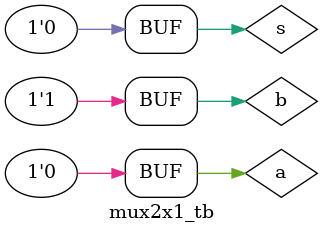
<source format=v>
`timescale 1ns/1ps
module mux2x1_tb;
  reg a,b,s;
  wire y;
   mux2x1 ins1(a,b,s,y);
  initial
begin
  $dumpfile("mux2x1.vcd");
 $dumpvars(1);
end
initial
begin
     a=1'b0; b=1'b1;
     s=1'b0;
  #5 s=1'b1;
  #5 s=1'b0;
end
initial
  $monitor("simtime=%0g, a=%b, b=%b, s=%b, y=%b", $time, a,b,s,y);
endmodule
  
</source>
